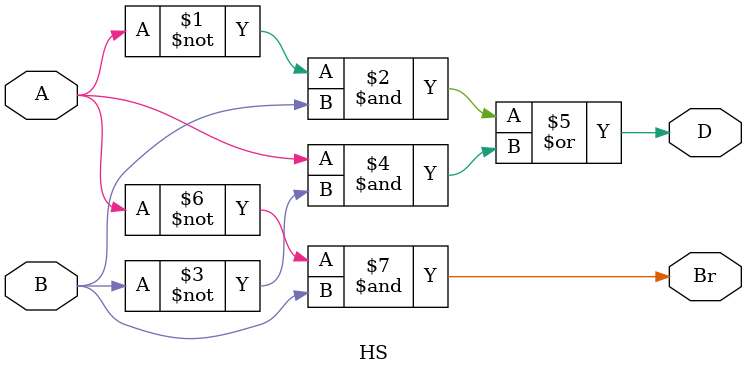
<source format=v>
`timescale 1ns / 1ps


module HS(
    input A,
    input B,
    output D,
    output Br
    );
    
    assign D = (~A & B) | (A & ~B);
    assign Br = ~A & B;
    
endmodule

</source>
